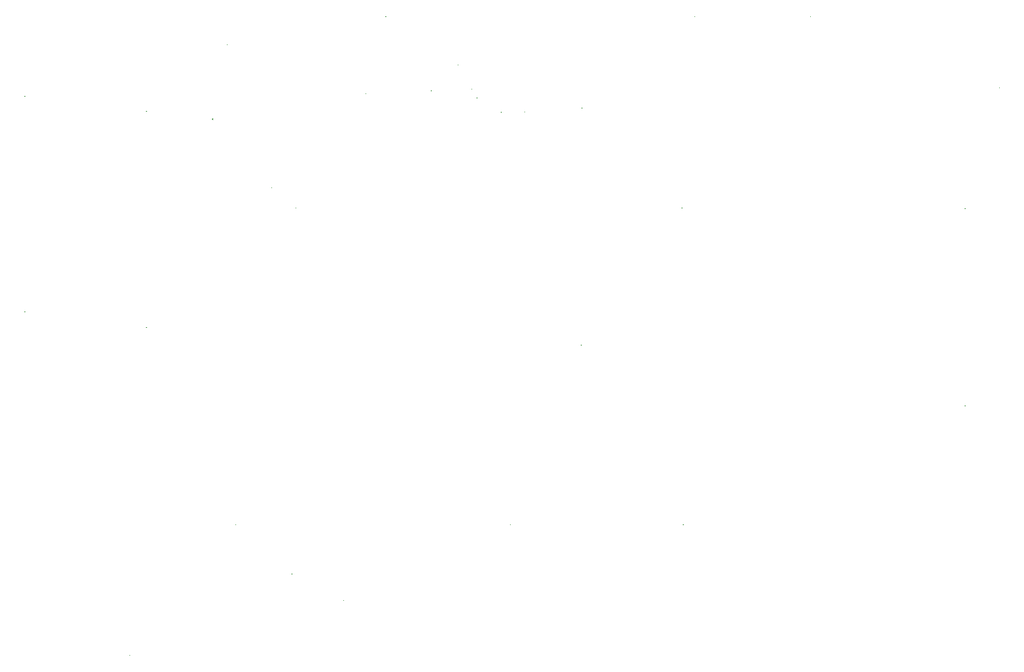
<source format=gbr>
%TF.GenerationSoftware,KiCad,Pcbnew,9.0.3*%
%TF.CreationDate,2025-08-10T03:43:02+02:00*%
%TF.ProjectId,Spikeling_v3.0,5370696b-656c-4696-9e67-5f76332e302e,rev?*%
%TF.SameCoordinates,Original*%
%TF.FileFunction,Other,User*%
%FSLAX46Y46*%
G04 Gerber Fmt 4.6, Leading zero omitted, Abs format (unit mm)*
G04 Created by KiCad (PCBNEW 9.0.3) date 2025-08-10 03:43:02*
%MOMM*%
%LPD*%
G01*
G04 APERTURE LIST*
%ADD10C,0.000000*%
G04 APERTURE END LIST*
D10*
%TO.C,U7*%
G36*
X128919433Y-72427039D02*
G01*
X128919433Y-72472961D01*
X128886961Y-72505433D01*
X128841039Y-72505433D01*
X128808567Y-72472961D01*
X128808567Y-72427039D01*
X128841039Y-72394567D01*
X128886961Y-72394567D01*
X128919433Y-72427039D01*
G37*
%TO.C,SW5*%
G36*
X123178433Y-53889073D02*
G01*
X123178433Y-53934995D01*
X123145961Y-53967467D01*
X123100039Y-53967467D01*
X123067567Y-53934995D01*
X123067567Y-53889073D01*
X123100039Y-53856601D01*
X123145961Y-53856601D01*
X123178433Y-53889073D01*
G37*
%TO.C,VR2*%
G36*
X159825433Y-116127039D02*
G01*
X159825433Y-116172961D01*
X159792961Y-116205433D01*
X159747039Y-116205433D01*
X159714567Y-116172961D01*
X159714567Y-116127039D01*
X159747039Y-116094567D01*
X159792961Y-116094567D01*
X159825433Y-116127039D01*
G37*
%TO.C,U3*%
G36*
X132055433Y-75027039D02*
G01*
X132055433Y-75072961D01*
X132022961Y-75105433D01*
X131977039Y-75105433D01*
X131944567Y-75072961D01*
X131944567Y-75027039D01*
X131977039Y-74994567D01*
X132022961Y-74994567D01*
X132055433Y-75027039D01*
G37*
%TO.C,J4*%
G36*
X96955433Y-88477039D02*
G01*
X96955433Y-88522961D01*
X96922961Y-88555433D01*
X96877039Y-88555433D01*
X96844567Y-88522961D01*
X96844567Y-88477039D01*
X96877039Y-88444567D01*
X96922961Y-88444567D01*
X96955433Y-88477039D01*
G37*
%TO.C,J5*%
G36*
X218555433Y-133077039D02*
G01*
X218555433Y-133122961D01*
X218522961Y-133155433D01*
X218477039Y-133155433D01*
X218444567Y-133122961D01*
X218444567Y-133077039D01*
X218477039Y-133044567D01*
X218522961Y-133044567D01*
X218555433Y-133077039D01*
G37*
%TO.C,U6*%
G36*
X149580433Y-59852039D02*
G01*
X149580433Y-59897961D01*
X149547961Y-59930433D01*
X149502039Y-59930433D01*
X149469567Y-59897961D01*
X149469567Y-59852039D01*
X149502039Y-59819567D01*
X149547961Y-59819567D01*
X149580433Y-59852039D01*
G37*
%TO.C,U1*%
G36*
X169005433Y-92778039D02*
G01*
X169005433Y-92823961D01*
X168972961Y-92856433D01*
X168927039Y-92856433D01*
X168894567Y-92823961D01*
X168894567Y-92778039D01*
X168927039Y-92745567D01*
X168972961Y-92745567D01*
X169005433Y-92778039D01*
G37*
%TO.C,VR1*%
G36*
X124255433Y-116127039D02*
G01*
X124255433Y-116172961D01*
X124222961Y-116205433D01*
X124177039Y-116205433D01*
X124144567Y-116172961D01*
X124144567Y-116127039D01*
X124177039Y-116094567D01*
X124222961Y-116094567D01*
X124255433Y-116127039D01*
G37*
%TO.C,D7*%
G36*
X169105433Y-62052039D02*
G01*
X169105433Y-62097961D01*
X169072961Y-62130433D01*
X169027039Y-62130433D01*
X168994567Y-62097961D01*
X168994567Y-62052039D01*
X169027039Y-62019567D01*
X169072961Y-62019567D01*
X169105433Y-62052039D01*
G37*
%TO.C,VR5*%
G36*
X218705433Y-100727039D02*
G01*
X218705433Y-100772961D01*
X218672961Y-100805433D01*
X218627039Y-100805433D01*
X218594567Y-100772961D01*
X218594567Y-100727039D01*
X218627039Y-100694567D01*
X218672961Y-100694567D01*
X218705433Y-100727039D01*
G37*
%TO.C,Q2*%
G36*
X141115433Y-60214039D02*
G01*
X141115433Y-60259961D01*
X141082961Y-60292433D01*
X141037039Y-60292433D01*
X141004567Y-60259961D01*
X141004567Y-60214039D01*
X141037039Y-60181567D01*
X141082961Y-60181567D01*
X141115433Y-60214039D01*
G37*
%TO.C,U5*%
G36*
X131555433Y-122502039D02*
G01*
X131555433Y-122547961D01*
X131522961Y-122580433D01*
X131477039Y-122580433D01*
X131444567Y-122547961D01*
X131444567Y-122502039D01*
X131477039Y-122469567D01*
X131522961Y-122469567D01*
X131555433Y-122502039D01*
G37*
%TO.C,J6*%
G36*
X223155433Y-59477039D02*
G01*
X223155433Y-59522961D01*
X223122961Y-59555433D01*
X223077039Y-59555433D01*
X223044567Y-59522961D01*
X223044567Y-59477039D01*
X223077039Y-59444567D01*
X223122961Y-59444567D01*
X223155433Y-59477039D01*
G37*
%TO.C,J3*%
G36*
X96955433Y-60577039D02*
G01*
X96955433Y-60622961D01*
X96922961Y-60655433D01*
X96877039Y-60655433D01*
X96844567Y-60622961D01*
X96844567Y-60577039D01*
X96877039Y-60544567D01*
X96922961Y-60544567D01*
X96955433Y-60577039D01*
G37*
%TO.C,SW3*%
G36*
X183705433Y-50227039D02*
G01*
X183705433Y-50272961D01*
X183672961Y-50305433D01*
X183627039Y-50305433D01*
X183594567Y-50272961D01*
X183594567Y-50227039D01*
X183627039Y-50194567D01*
X183672961Y-50194567D01*
X183705433Y-50227039D01*
G37*
%TO.C,SW2*%
G36*
X143705433Y-50227039D02*
G01*
X143705433Y-50272961D01*
X143672961Y-50305433D01*
X143627039Y-50305433D01*
X143594567Y-50272961D01*
X143594567Y-50227039D01*
X143627039Y-50194567D01*
X143672961Y-50194567D01*
X143705433Y-50227039D01*
G37*
%TO.C,D2*%
G36*
X158655433Y-62652039D02*
G01*
X158655433Y-62697961D01*
X158622961Y-62730433D01*
X158577039Y-62730433D01*
X158544567Y-62697961D01*
X158544567Y-62652039D01*
X158577039Y-62619567D01*
X158622961Y-62619567D01*
X158655433Y-62652039D01*
G37*
%TO.C,D6*%
G36*
X138205433Y-125927039D02*
G01*
X138205433Y-125972961D01*
X138172961Y-126005433D01*
X138127039Y-126005433D01*
X138094567Y-125972961D01*
X138094567Y-125927039D01*
X138127039Y-125894567D01*
X138172961Y-125894567D01*
X138205433Y-125927039D01*
G37*
%TO.C,D4*%
G36*
X155505433Y-60777039D02*
G01*
X155505433Y-60822961D01*
X155472961Y-60855433D01*
X155427039Y-60855433D01*
X155394567Y-60822961D01*
X155394567Y-60777039D01*
X155427039Y-60744567D01*
X155472961Y-60744567D01*
X155505433Y-60777039D01*
G37*
%TO.C,VR6*%
G36*
X112705433Y-62527039D02*
G01*
X112705433Y-62572961D01*
X112672961Y-62605433D01*
X112627039Y-62605433D01*
X112594567Y-62572961D01*
X112594567Y-62527039D01*
X112627039Y-62494567D01*
X112672961Y-62494567D01*
X112705433Y-62527039D01*
G37*
%TO.C,VR4*%
G36*
X218705433Y-75099039D02*
G01*
X218705433Y-75144961D01*
X218672961Y-75177433D01*
X218627039Y-75177433D01*
X218594567Y-75144961D01*
X218594567Y-75099039D01*
X218627039Y-75066567D01*
X218672961Y-75066567D01*
X218705433Y-75099039D01*
G37*
%TO.C,L1*%
G36*
X153039433Y-56489539D02*
G01*
X153039433Y-56535461D01*
X153006961Y-56567933D01*
X152961039Y-56567933D01*
X152928567Y-56535461D01*
X152928567Y-56489539D01*
X152961039Y-56457067D01*
X153006961Y-56457067D01*
X153039433Y-56489539D01*
G37*
%TO.C,U4*%
G36*
X182055433Y-75027039D02*
G01*
X182055433Y-75072961D01*
X182022961Y-75105433D01*
X181977039Y-75105433D01*
X181944567Y-75072961D01*
X181944567Y-75027039D01*
X181977039Y-74994567D01*
X182022961Y-74994567D01*
X182055433Y-75027039D01*
G37*
%TO.C,VR3*%
G36*
X182205433Y-116127039D02*
G01*
X182205433Y-116172961D01*
X182172961Y-116205433D01*
X182127039Y-116205433D01*
X182094567Y-116172961D01*
X182094567Y-116127039D01*
X182127039Y-116094567D01*
X182172961Y-116094567D01*
X182205433Y-116127039D01*
G37*
%TO.C,SW4*%
G36*
X198705433Y-50227039D02*
G01*
X198705433Y-50272961D01*
X198672961Y-50305433D01*
X198627039Y-50305433D01*
X198594567Y-50272961D01*
X198594567Y-50227039D01*
X198627039Y-50194567D01*
X198672961Y-50194567D01*
X198705433Y-50227039D01*
G37*
%TO.C,U8*%
G36*
X121280557Y-63471853D02*
G01*
X121308147Y-63499443D01*
X121323079Y-63535491D01*
X121323079Y-63574509D01*
X121308147Y-63610557D01*
X121280557Y-63638147D01*
X121244509Y-63653079D01*
X121205491Y-63653079D01*
X121169443Y-63638147D01*
X121141853Y-63610557D01*
X121126921Y-63574509D01*
X121126921Y-63535491D01*
X121141853Y-63499443D01*
X121169443Y-63471853D01*
X121205491Y-63456921D01*
X121244509Y-63456921D01*
X121280557Y-63471853D01*
G37*
%TO.C,VR7*%
G36*
X112705433Y-90527039D02*
G01*
X112705433Y-90572961D01*
X112672961Y-90605433D01*
X112627039Y-90605433D01*
X112594567Y-90572961D01*
X112594567Y-90527039D01*
X112627039Y-90494567D01*
X112672961Y-90494567D01*
X112705433Y-90527039D01*
G37*
%TO.C,D1*%
G36*
X154805433Y-59602039D02*
G01*
X154805433Y-59647961D01*
X154772961Y-59680433D01*
X154727039Y-59680433D01*
X154694567Y-59647961D01*
X154694567Y-59602039D01*
X154727039Y-59569567D01*
X154772961Y-59569567D01*
X154805433Y-59602039D01*
G37*
%TO.C,D3*%
G36*
X161680433Y-62627039D02*
G01*
X161680433Y-62672961D01*
X161647961Y-62705433D01*
X161602039Y-62705433D01*
X161569567Y-62672961D01*
X161569567Y-62627039D01*
X161602039Y-62594567D01*
X161647961Y-62594567D01*
X161680433Y-62627039D01*
G37*
%TO.C,J2*%
G36*
X110555433Y-133077039D02*
G01*
X110555433Y-133122961D01*
X110522961Y-133155433D01*
X110477039Y-133155433D01*
X110444567Y-133122961D01*
X110444567Y-133077039D01*
X110477039Y-133044567D01*
X110522961Y-133044567D01*
X110555433Y-133077039D01*
G37*
%TD*%
M02*

</source>
